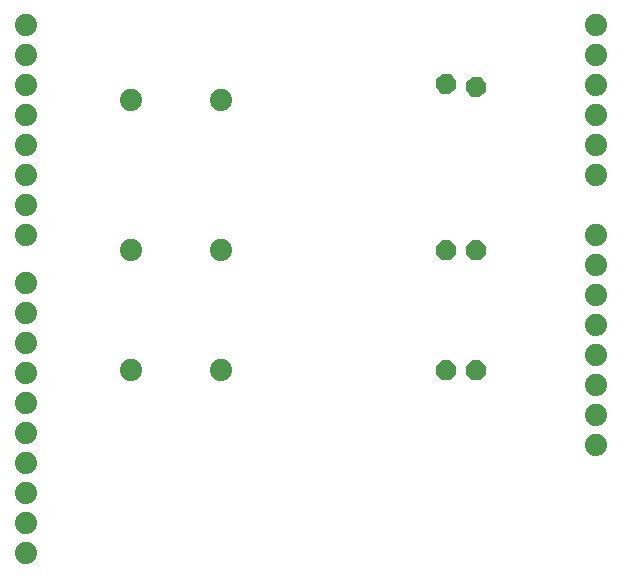
<source format=gbr>
G04 EAGLE Gerber RS-274X export*
G75*
%MOMM*%
%FSLAX34Y34*%
%LPD*%
%INBottom Copper*%
%IPPOS*%
%AMOC8*
5,1,8,0,0,1.08239X$1,22.5*%
G01*
%ADD10C,1.879600*%
%ADD11P,1.814519X8X22.500000*%
%ADD12P,1.814519X8X377.000000*%


D10*
X609600Y419100D03*
X609600Y444500D03*
X609600Y469900D03*
X609600Y495300D03*
X609600Y520700D03*
X609600Y546100D03*
X609600Y596900D03*
X609600Y622300D03*
X609600Y647700D03*
X609600Y673100D03*
X609600Y698500D03*
X609600Y723900D03*
X127000Y723900D03*
X127000Y698500D03*
X127000Y673100D03*
X127000Y647700D03*
X127000Y622300D03*
X127000Y596900D03*
X127000Y571500D03*
X127000Y546100D03*
X127000Y505460D03*
X127000Y480060D03*
X127000Y454660D03*
X127000Y429260D03*
X127000Y403860D03*
X127000Y378460D03*
X127000Y353060D03*
X127000Y327660D03*
X127000Y302260D03*
X127000Y276860D03*
X609600Y393700D03*
X609600Y368300D03*
D11*
X482600Y431800D03*
X508000Y431800D03*
X482600Y533400D03*
X508000Y533400D03*
D12*
X482658Y674317D03*
X507942Y671883D03*
D10*
X292100Y431800D03*
X215900Y431800D03*
X292100Y533400D03*
X215900Y533400D03*
X292100Y660400D03*
X215900Y660400D03*
M02*

</source>
